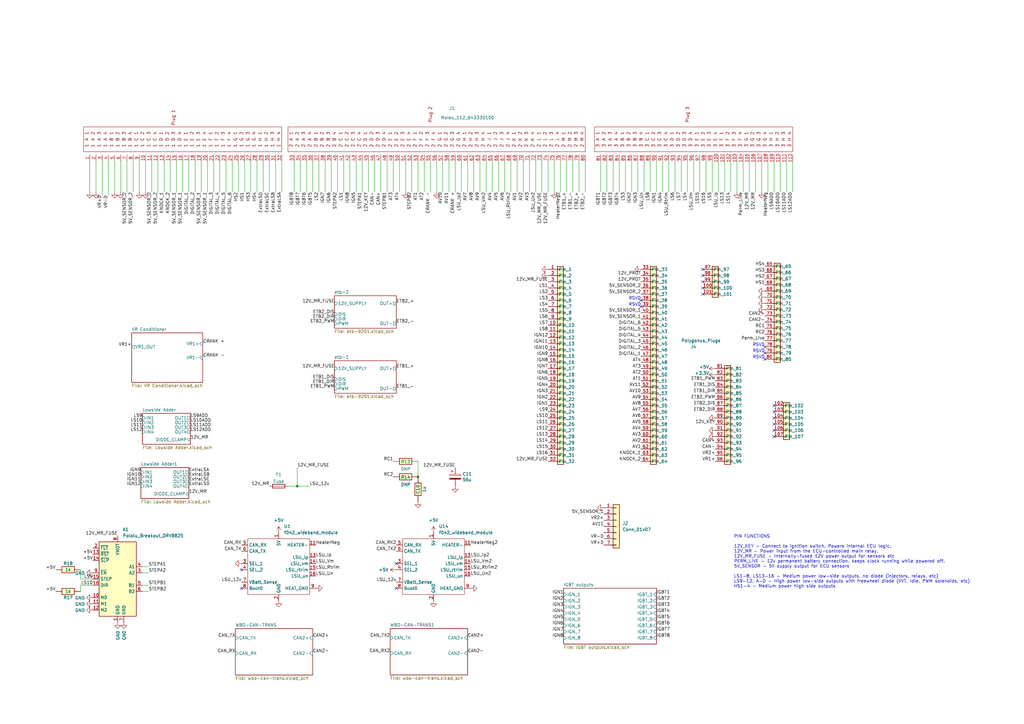
<source format=kicad_sch>
(kicad_sch (version 20230121) (generator eeschema)
  (paper "A3")
  (title_block (title "Polygonus Universal 88p") (date "2023-11-12") (rev "v1.0") (company "FutureProofPerformance.com"))
  (junction (at 171.45 195.58))
  (junction (at 121.92 199.39))
  (no_connect (at 317.5 166.37))
  (no_connect (at 162.56 241.3))
  (no_connect (at 262.89 123.19))
  (no_connect (at 288.29 120.65))
  (no_connect (at 317.5 173.99))
  (no_connect (at 288.29 113.03))
  (no_connect (at 288.29 115.57))
  (no_connect (at 162.56 231.14))
  (no_connect (at 99.06 233.68))
  (no_connect (at 317.5 168.91))
  (no_connect (at 262.89 125.73))
  (no_connect (at 288.29 118.11))
  (no_connect (at 99.06 241.3))
  (no_connect (at 317.5 179.07))
  (no_connect (at 317.5 171.45))
  (no_connect (at 317.5 176.53))
  (no_connect (at 288.29 110.49))
  (no_connect (at 313.69 142.24))
  (no_connect (at 313.69 144.78))
  (no_connect (at 313.69 147.32))
  (wire (pts (xy 54.61 78.74) (xy 54.61 66.04)))
  (wire (pts (xy 264.16 66.04) (xy 264.16 78.74)))
  (wire (pts (xy 121.92 191.77) (xy 121.92 199.39)))
  (wire (pts (xy 279.4 78.74) (xy 279.4 66.04)))
  (wire (pts (xy 302.26 66.04) (xy 302.26 78.74)))
  (wire (pts (xy 127 199.39) (xy 121.92 199.39)))
  (wire (pts (xy 135.89 78.74) (xy 135.89 66.04)))
  (wire (pts (xy 36.83 66.04) (xy 36.83 78.74)))
  (wire (pts (xy 138.43 78.74) (xy 138.43 66.04)))
  (wire (pts (xy 191.77 66.04) (xy 191.77 78.74)))
  (wire (pts (xy 120.65 78.74) (xy 120.65 66.04)))
  (wire (pts (xy 201.93 66.04) (xy 201.93 78.74)))
  (wire (pts (xy 186.69 78.74) (xy 186.69 66.04)))
  (wire (pts (xy 312.42 78.74) (xy 312.42 66.04)))
  (wire (pts (xy 212.09 78.74) (xy 212.09 66.04)))
  (wire (pts (xy 194.31 78.74) (xy 194.31 66.04)))
  (wire (pts (xy 67.31 66.04) (xy 67.31 78.74)))
  (wire (pts (xy 254 78.74) (xy 254 66.04)))
  (wire (pts (xy 307.34 78.74) (xy 307.34 66.04)))
  (wire (pts (xy 72.39 66.04) (xy 72.39 78.74)))
  (wire (pts (xy 256.54 66.04) (xy 256.54 78.74)))
  (wire (pts (xy 224.79 66.04) (xy 224.79 78.74)))
  (wire (pts (xy 281.94 78.74) (xy 281.94 66.04)))
  (wire (pts (xy 266.7 66.04) (xy 266.7 78.74)))
  (wire (pts (xy 39.37 78.74) (xy 39.37 66.04)))
  (wire (pts (xy 179.07 66.04) (xy 179.07 78.74)))
  (wire (pts (xy 123.19 78.74) (xy 123.19 66.04)))
  (wire (pts (xy 133.35 78.74) (xy 133.35 66.04)))
  (wire (pts (xy 181.61 66.04) (xy 181.61 78.74)))
  (wire (pts (xy 184.15 66.04) (xy 184.15 78.74)))
  (wire (pts (xy 284.48 78.74) (xy 284.48 66.04)))
  (wire (pts (xy 125.73 66.04) (xy 125.73 78.74)))
  (wire (pts (xy 148.59 78.74) (xy 148.59 66.04)))
  (wire (pts (xy 153.67 66.04) (xy 153.67 78.74)))
  (wire (pts (xy 214.63 78.74) (xy 214.63 66.04)))
  (wire (pts (xy 217.17 78.74) (xy 217.17 66.04)))
  (wire (pts (xy 276.86 66.04) (xy 276.86 78.74)))
  (wire (pts (xy 60.96 232.41) (xy 58.42 232.41)))
  (wire (pts (xy 33.02 240.03) (xy 33.02 242.57)))
  (wire (pts (xy 121.92 199.39) (xy 118.11 199.39)))
  (wire (pts (xy 146.05 78.74) (xy 146.05 66.04)))
  (wire (pts (xy 173.99 78.74) (xy 173.99 66.04)))
  (wire (pts (xy 269.24 78.74) (xy 269.24 66.04)))
  (wire (pts (xy 171.45 189.23) (xy 171.45 195.58)))
  (wire (pts (xy 163.83 78.74) (xy 163.83 66.04)))
  (wire (pts (xy 62.23 78.74) (xy 62.23 66.04)))
  (wire (pts (xy 287.02 66.04) (xy 287.02 78.74)))
  (wire (pts (xy 325.12 66.04) (xy 325.12 78.74)))
  (wire (pts (xy 320.04 78.74) (xy 320.04 66.04)))
  (wire (pts (xy 102.87 66.04) (xy 102.87 78.74)))
  (wire (pts (xy 240.03 78.74) (xy 240.03 66.04)))
  (wire (pts (xy 251.46 78.74) (xy 251.46 66.04)))
  (wire (pts (xy 151.13 66.04) (xy 151.13 78.74)))
  (wire (pts (xy 304.8 66.04) (xy 304.8 78.74)))
  (wire (pts (xy 143.51 78.74) (xy 143.51 66.04)))
  (wire (pts (xy 80.01 78.74) (xy 80.01 66.04)))
  (wire (pts (xy 128.27 66.04) (xy 128.27 78.74)))
  (wire (pts (xy 100.33 78.74) (xy 100.33 66.04)))
  (wire (pts (xy 322.58 78.74) (xy 322.58 66.04)))
  (wire (pts (xy 49.53 78.74) (xy 49.53 66.04)))
  (wire (pts (xy 271.78 78.74) (xy 271.78 66.04)))
  (wire (pts (xy 317.5 78.74) (xy 317.5 66.04)))
  (wire (pts (xy 196.85 78.74) (xy 196.85 66.04)))
  (wire (pts (xy 189.23 66.04) (xy 189.23 78.74)))
  (wire (pts (xy 46.99 66.04) (xy 46.99 78.74)))
  (wire (pts (xy 222.25 66.04) (xy 222.25 78.74)))
  (wire (pts (xy 246.38 66.04) (xy 246.38 78.74)))
  (wire (pts (xy 115.57 78.74) (xy 115.57 66.04)))
  (wire (pts (xy 229.87 66.04) (xy 229.87 78.74)))
  (wire (pts (xy 59.69 78.74) (xy 59.69 66.04)))
  (wire (pts (xy 64.77 78.74) (xy 64.77 66.04)))
  (wire (pts (xy 58.42 240.03) (xy 60.96 240.03)))
  (wire (pts (xy 33.02 240.03) (xy 38.1 240.03)))
  (wire (pts (xy 69.85 78.74) (xy 69.85 66.04)))
  (wire (pts (xy 130.81 78.74) (xy 130.81 66.04)))
  (wire (pts (xy 237.49 66.04) (xy 237.49 78.74)))
  (wire (pts (xy 166.37 78.74) (xy 166.37 66.04)))
  (wire (pts (xy 33.02 233.68) (xy 33.02 237.49)))
  (wire (pts (xy 294.64 66.04) (xy 294.64 78.74)))
  (wire (pts (xy 297.18 66.04) (xy 297.18 78.74)))
  (wire (pts (xy 234.95 78.74) (xy 234.95 66.04)))
  (wire (pts (xy 259.08 78.74) (xy 259.08 66.04)))
  (wire (pts (xy 95.25 78.74) (xy 95.25 66.04)))
  (wire (pts (xy 105.41 78.74) (xy 105.41 66.04)))
  (wire (pts (xy 57.15 66.04) (xy 57.15 78.74)))
  (wire (pts (xy 33.02 237.49) (xy 38.1 237.49)))
  (wire (pts (xy 289.56 78.74) (xy 289.56 66.04)))
  (wire (pts (xy 113.03 78.74) (xy 113.03 66.04)))
  (wire (pts (xy 52.07 78.74) (xy 52.07 66.04)))
  (wire (pts (xy 77.47 66.04) (xy 77.47 78.74)))
  (wire (pts (xy 207.01 66.04) (xy 207.01 78.74)))
  (wire (pts (xy 158.75 78.74) (xy 158.75 66.04)))
  (wire (pts (xy 299.72 78.74) (xy 299.72 66.04)))
  (wire (pts (xy 204.47 66.04) (xy 204.47 78.74)))
  (wire (pts (xy 156.21 78.74) (xy 156.21 66.04)))
  (wire (pts (xy 209.55 78.74) (xy 209.55 66.04)))
  (wire (pts (xy 219.71 78.74) (xy 219.71 66.04)))
  (wire (pts (xy 90.17 78.74) (xy 90.17 66.04)))
  (wire (pts (xy 168.91 78.74) (xy 168.91 66.04)))
  (wire (pts (xy 41.91 80.01) (xy 41.91 66.04)))
  (wire (pts (xy 60.96 242.57) (xy 58.42 242.57)))
  (wire (pts (xy 292.1 78.74) (xy 292.1 66.04)))
  (wire (pts (xy 199.39 66.04) (xy 199.39 78.74)))
  (wire (pts (xy 227.33 66.04) (xy 227.33 78.74)))
  (wire (pts (xy 82.55 66.04) (xy 82.55 78.74)))
  (wire (pts (xy 171.45 66.04) (xy 171.45 78.74)))
  (wire (pts (xy 232.41 66.04) (xy 232.41 78.74)))
  (wire (pts (xy 110.49 78.74) (xy 110.49 66.04)))
  (wire (pts (xy 314.96 66.04) (xy 314.96 78.74)))
  (wire (pts (xy 85.09 66.04) (xy 85.09 78.74)))
  (wire (pts (xy 87.63 66.04) (xy 87.63 78.74)))
  (wire (pts (xy 97.79 78.74) (xy 97.79 66.04)))
  (wire (pts (xy 261.62 78.74) (xy 261.62 66.04)))
  (wire (pts (xy 92.71 66.04) (xy 92.71 78.74)))
  (wire (pts (xy 74.93 78.74) (xy 74.93 66.04)))
  (wire (pts (xy 44.45 80.01) (xy 44.45 66.04)))
  (wire (pts (xy 140.97 66.04) (xy 140.97 78.74)))
  (wire (pts (xy 176.53 66.04) (xy 176.53 78.74)))
  (wire (pts (xy 274.32 78.74) (xy 274.32 66.04)))
  (wire (pts (xy 248.92 66.04) (xy 248.92 78.74)))
  (wire (pts (xy 161.29 78.74) (xy 161.29 66.04)))
  (wire (pts (xy 107.95 78.74) (xy 107.95 66.04)))
  (wire (pts (xy 309.88 78.74) (xy 309.88 66.04)))
  (wire (pts (xy 58.42 234.95) (xy 60.96 234.95)))
  (text "PIN FUNCTIONS\n\n12V_KEY - Connect to ignition switch. Powers internal ECU logic.\n12V_MR - Power input from the ECU-controlled main relay.\n12V_MR_FUSE - Internally-fused 12V power output for sensors etc\nPERM_LIVE - 12v permanent battery connection, keeps clock running while powered off.\n5V_SENSOR - 5V supply output for ECU sensors\n\nLS1-8, LS13-16 - Medium power low-side outputs, no diode (injectors, relays, etc)\nLS9-12, A-D - High power low-side outputs with freewheel diode (VVT, Idle, PWM solenoids, etc)\nHS1-4 - Medium power high side outputs" (at 300.99 241.3 0) (effects (font (size 1.27 1.27)) (justify left bottom)))
  (text "RSVD" (at 262.89 123.19 0) (effects (font (size 1.27 1.27)) (justify right bottom)))
  (text "RSVD" (at 313.69 147.32 0) (effects (font (size 1.27 1.27)) (justify right bottom)))
  (text "RSVD" (at 313.69 144.78 0) (effects (font (size 1.27 1.27)) (justify right bottom)))
  (text "RSVD" (at 313.69 142.24 0) (effects (font (size 1.27 1.27)) (justify right bottom)))
  (text "RSVD" (at 262.89 125.73 0) (effects (font (size 1.27 1.27)) (justify right bottom)))
  (label "VR+D" (at 41.91 80.01 270))
  (label "STEPB1" (at 60.96 240.03 0))
  (label "AT3" (at 161.29 78.74 270))
  (label "CAN_RX" (at 96.52 267.97 180))
  (label "CAN_TX" (at 96.52 261.62 180))
  (label "ETB1_-" (at 162.56 159.385 0))
  (label "AT2" (at 173.99 78.74 270))
  (label "LSU_Un" (at 129.54 236.22 0))
  (label "HS3" (at 313.69 111.76 180))
  (label "LS14" (at 224.79 181.61 180))
  (label "IGBT3" (at 251.46 78.74 270))
  (label "Perm_Live" (at 313.69 139.7 180))
  (label "LSU_Ip" (at 129.54 228.6 0))
  (label "CAN+" (at 293.37 181.61 180))
  (label "IGBT4" (at 254 78.74 270))
  (label "LS2" (at 130.81 78.74 270))
  (label "AV10" (at 262.89 161.29 180))
  (label "5V_SENSOR_1" (at 247.65 210.82 180))
  (label "IGN9" (at 224.79 146.05 180))
  (label "AV2" (at 262.89 181.61 180))
  (label "HeaterNeg" (at 129.54 223.52 0))
  (label "ETB2_-" (at 162.56 132.715 0))
  (label "LSU_Rtrim2" (at 193.04 233.68 0))
  (label "IGN2" (at 259.08 78.74 270))
  (label "AV11" (at 247.65 215.9 180))
  (label "LS7" (at 224.79 133.35 180))
  (label "STEPB1" (at 158.75 78.74 270))
  (label "LS16" (at 224.79 186.69 180))
  (label "STEPA2" (at 60.96 234.95 0))
  (label "LSU_Un2" (at 219.71 78.74 270))
  (label "AV5" (at 204.47 78.74 270))
  (label "IGN12" (at 57.785 199.39 180))
  (label "ETB2_-" (at 240.03 78.74 270))
  (label "CAN_TX2" (at 160.02 261.5873 180))
  (label "IGBT6" (at 125.73 78.74 270))
  (label "LS3" (at 256.54 78.74 270))
  (label "LS11" (at 58.42 175.26 180))
  (label "DIGITAL_4" (at 90.17 78.74 270))
  (label "ExtraLSB" (at 77.47 195.58 0))
  (label "LSU_Ip" (at 294.64 78.74 270))
  (label "IGBT2" (at 269.24 246.38 0))
  (label "LSU_Rtrim" (at 129.54 233.68 0))
  (label "IGN7" (at 133.35 78.74 270))
  (label "IGBT2" (at 248.92 78.74 270))
  (label "ETB2_DIR" (at 137.16 130.81 180))
  (label "CRANK +" (at 186.69 78.74 270) (effects (font italic)))
  (label "DIGITAL_1" (at 77.47 78.74 270))
  (label "LS15" (at 224.79 184.15 180))
  (label "HS1" (at 313.69 116.84 180))
  (label "AV6" (at 262.89 171.45 180))
  (label "VR2+" (at 247.65 213.36 180))
  (label "AV4" (at 201.93 78.74 270))
  (label "ETB1_PWM" (at 137.16 159.385 180))
  (label "5V_SENSOR_1" (at 82.55 78.74 270))
  (label "CRANK +" (at 83.185 140.97 0) (effects (font italic)))
  (label "CAN-" (at 293.37 184.15 180))
  (label "ETB1_+" (at 232.41 78.74 270))
  (label "VR+D" (at 247.65 223.52 180))
  (label "ExtraLSB" (at 113.03 78.74 270))
  (label "5V_SENSOR_1" (at 85.09 78.74 270))
  (label "LS9" (at 224.79 168.91 180))
  (label "LS7" (at 279.4 78.74 270))
  (label "RC2" (at 161.29 195.58 180))
  (label "ETB2_+" (at 162.56 124.46 0))
  (label "CAN2-" (at 128.27 267.97 0))
  (label "12V_MR" (at 110.49 199.39 180))
  (label "HeaterNeg2" (at 193.04 223.52 0))
  (label "LS15" (at 287.02 78.74 270))
  (label "12V_MR_FUSE" (at 222.25 78.74 270))
  (label "IGN8" (at 224.79 148.59 180))
  (label "12V_MR_FUSE" (at 137.16 124.46 180))
  (label "DIGITAL_6" (at 95.25 78.74 270))
  (label "LS10" (at 38.1 240.03 180))
  (label "LS6" (at 224.79 130.81 180))
  (label "AV11" (at 262.89 158.75 180))
  (label "5V_SENSOR_2" (at 54.61 78.74 270))
  (label "LS1" (at 140.97 78.74 270))
  (label "IGBT7" (at 269.24 259.08 0))
  (label "ETB1_DIS" (at 293.37 158.75 180))
  (label "12V_KEY" (at 293.37 173.99 180))
  (label "AT1" (at 262.89 156.21 180))
  (label "ExtraLSC" (at 110.49 78.74 270))
  (label "AT3" (at 262.89 151.13 180))
  (label "LS13" (at 224.79 179.07 180))
  (label "LSU_12v" (at 99.06 238.76 180))
  (label "LS4" (at 224.79 125.73 180))
  (label "CAN+" (at 156.21 78.74 270))
  (label "CAN2+" (at 313.69 129.54 180))
  (label "ETB1_DIR" (at 137.16 157.48 180))
  (label "LS11" (at 224.79 173.99 180))
  (label "IGN5" (at 146.05 78.74 270))
  (label "HS2" (at 97.79 78.74 270))
  (label "12V_PROT" (at 262.89 113.03 180))
  (label "IGN2" (at 224.79 163.83 180))
  (label "ETB2_DIS" (at 137.16 128.905 180))
  (label "LS10" (at 224.79 171.45 180))
  (label "AV11" (at 184.15 78.74 270))
  (label "+5V" (at 38.1 227.33 180))
  (label "KNOCK_2" (at 262.89 189.23 180))
  (label "LSU_Un2" (at 193.04 236.22 0))
  (label "IGBT3" (at 269.24 248.92 0))
  (label "CAN2-" (at 191.77 267.9373 0))
  (label "IGN3" (at 231.14 248.92 180))
  (label "CAN_RX2" (at 162.56 223.52 180))
  (label "ETB1_DIS" (at 137.16 155.575 180))
  (label "VR-D" (at 44.45 80.01 270))
  (label "CAN_RX2" (at 160.02 267.9373 180))
  (label "LS16" (at 289.56 78.74 270))
  (label "IGN1" (at 269.24 78.74 270))
  (label "IGBT6" (at 269.24 256.54 0))
  (label "VR1+" (at 293.37 189.23 180))
  (label "STEPA2" (at 138.43 78.74 270))
  (label "CAN-" (at 153.67 78.74 270))
  (label "IGN2" (at 231.14 246.38 180))
  (label "AV6" (at 207.01 78.74 270))
  (label "5V_SENSOR_1" (at 74.93 78.74 270))
  (label "12V_PROT" (at 262.89 115.57 180))
  (label "IGN8" (at 231.14 261.62 180))
  (label "LS9" (at 38.1 237.49 180))
  (label "12V_MR_FUSE" (at 137.16 151.13 180))
  (label "LS10ADD" (at 78.105 173.355 0))
  (label "LSU_Vm2" (at 193.04 231.14 0))
  (label "DIGITAL_3" (at 262.89 140.97 180))
  (label "AV3" (at 217.17 78.74 270))
  (label "LS10ADD" (at 320.04 78.74 270))
  (label "AV10" (at 181.61 78.74 270))
  (label "IGN5" (at 224.79 156.21 180))
  (label "KNOCK_1" (at 67.31 78.74 270))
  (label "LSU_Un" (at 264.16 78.74 270))
  (label "AV9" (at 196.85 78.74 270))
  (label "IGN4" (at 224.79 158.75 180))
  (label "ETB2_PWM" (at 137.16 132.715 180))
  (label "12V_MR_FUSE" (at 224.79 115.57 180))
  (label "LS12" (at 58.42 177.165 180))
  (label "IGN7" (at 224.79 151.13 180))
  (label "LS1" (at 224.79 118.11 180))
  (label "LS12" (at 224.79 176.53 180))
  (label "12V_MR_FUSE" (at 224.79 189.23 180))
  (label "IGN6" (at 231.14 256.54 180))
  (label "AV1" (at 262.89 184.15 180))
  (label "CAN_RX" (at 99.06 223.52 180))
  (label "LSU_12v" (at 162.56 238.76 180))
  (label "IGN11" (at 224.79 140.97 180))
  (label "IGN4" (at 231.14 251.46 180))
  (label "AT1" (at 171.45 78.74 270))
  (label "RC1" (at 161.29 189.23 180))
  (label "5V_SENSOR_2" (at 262.89 118.11 180))
  (label "HS4" (at 313.69 109.22 180))
  (label "ETB1_+" (at 162.56 151.13 0))
  (label "5V_SENSOR_2" (at 262.89 120.65 180))
  (label "LSU_Rtrim2" (at 209.55 78.74 270))
  (label "IGN1" (at 231.14 243.84 180))
  (label "LS8" (at 224.79 135.89 180))
  (label "STEPB2" (at 60.96 242.57 0))
  (label "HS3" (at 102.87 78.74 270))
  (label "LS9ADD" (at 78.105 171.45 0))
  (label "ETB1_PWM" (at 293.37 156.21 180))
  (label "5V_SENSOR_2" (at 52.07 78.74 270))
  (label "DIGITAL_1" (at 262.89 146.05 180))
  (label "RC1" (at 313.69 134.62 180))
  (label "IGN8" (at 143.51 78.74 270))
  (label "DIGITAL_2" (at 262.89 143.51 180))
  (label "CAN_TX" (at 99.06 226.06 180))
  (label "IGBT7" (at 123.19 78.74 270))
  (label "ETB2_DIR" (at 293.37 168.91 180))
  (label "IGN1" (at 224.79 166.37 180))
  (label "LSU_Vm" (at 129.54 231.14 0))
  (label "AV5" (at 262.89 173.99 180))
  (label "IGN3" (at 224.79 161.29 180))
  (label "CAN2+" (at 128.27 261.62 0))
  (label "HeaterNeg2" (at 229.87 78.74 270))
  (label "5V_SENSOR_2" (at 64.77 78.74 270))
  (label "IGN3" (at 261.62 78.74 270))
  (label "Perm_Live" (at 304.8 78.74 270))
  (label "CRANK -" (at 176.53 78.74 270) (effects (font italic)))
  (label "LS11ADD" (at 78.105 175.26 0))
  (label "IGBT8" (at 269.24 261.62 0))
  (label "IGBT5" (at 269.24 254 0))
  (label "HS1" (at 100.33 78.74 270))
  (label "STEPB2" (at 168.91 78.74 270))
  (label "LSU_Vm" (at 284.48 78.74 270))
  (label "AV8" (at 194.31 78.74 270))
  (label "LSU_Rtrim" (at 274.32 78.74 270))
  (label "DIGITAL_6" (at 262.89 133.35 180))
  (label "12V_KEY" (at 151.13 78.74 270))
  (label "LS12ADD" (at 78.105 177.165 0))
  (label "12V_MR" (at 78.105 180.34 0))
  (label "AV8" (at 262.89 166.37 180))
  (label "ETB1_-" (at 234.95 78.74 270))
  (label "DIGITAL_5" (at 92.71 78.74 270))
  (label "IGBT1" (at 246.38 78.74 270))
  (label "IGN6" (at 224.79 153.67 180))
  (label "ETB1_DIR" (at 293.37 161.29 180))
  (label "12V_MR_FUSE" (at 224.79 78.74 270))
  (label "CRANK -" (at 83.185 146.685 0) (effects (font italic)))
  (label "LS6" (at 276.86 78.74 270))
  (label "LS9ADD" (at 317.5 78.74 270))
  (label "LSU_Vm2" (at 199.39 78.74 270))
  (label "LS9" (at 58.42 171.45 180))
  (label "5V_SENSOR_1" (at 72.39 78.74 270))
  (label "CAN2-" (at 313.69 132.08 180))
  (label "LS3" (at 224.79 123.19 180))
  (label "LSU_Ip2" (at 193.04 228.6 0))
  (label "IGBT4" (at 269.24 251.46 0))
  (label "LS13" (at 297.18 78.74 270))
  (label "ExtraLSD" (at 77.47 199.39 0))
  (label "CAN_TX2" (at 162.56 226.06 180))
  (label "LS5" (at 224.79 128.27 180))
  (label "HS4" (at 105.41 78.74 270))
  (label "+5V" (at 38.1 229.87 180))
  (label "12V_MR_FUSE" (at 121.92 191.77 0))
  (label "LS12ADD" (at 325.12 78.74 270))
  (label "AV3" (at 262.89 179.07 180))
  (label "LS10" (at 58.42 173.355 180))
  (label "LSU_Ip2" (at 189.23 78.74 270))
  (label "KNOCK_1" (at 262.89 186.69 180))
  (label "ETB2_DIS" (at 293.37 166.37 180))
  (label "5V_SENSOR_1" (at 262.89 130.81 180))
  (label "IGBT1" (at 269.24 243.84 0))
  (label "CAN2+" (at 191.77 261.5873 0))
  (label "5V_SENSOR_2" (at 62.23 78.74 270))
  (label "ExtraLSA" (at 115.57 78.74 270))
  (label "STEPA1" (at 148.59 78.74 270))
  (label "AV7" (at 262.89 168.91 180))
  (label "LS14" (at 299.72 78.74 270))
  (label "KNOCK_2" (at 69.85 78.74 270))
  (label "ExtraLSC" (at 77.47 197.485 0))
  (label "IGN10" (at 57.785 195.58 180))
  (label "IGN6" (at 135.89 78.74 270))
  (label "IGN7" (at 231.14 259.08 180))
  (label "ETB2_+" (at 237.49 78.74 270))
  (label "AV7" (at 191.77 78.74 270))
  (label "LS2" (at 224.79 120.65 180))
  (label "IGN9" (at 57.785 193.675 180))
  (label "LS11ADD" (at 322.58 78.74 270))
  (label "LSU_12v" (at 127 199.39 0))
  (label "IGN10" (at 224.79 143.51 180))
  (label "IGBT8" (at 120.65 78.74 270))
  (label "12V_MR" (at 77.47 202.565 0))
  (label "IGN11" (at 57.785 197.485 180))
  (label "DIGITAL_4" (at 262.89 138.43 180))
  (label "AV9" (at 262.89 163.83 180))
  (label "ExtraLSA" (at 77.47 193.675 0))
  (label "IGBT5" (at 128.27 78.74 270))
  (label "+5V" (at 22.86 233.68 180))
  (label "IGN12" (at 224.79 138.43 180))
  (label "12V_MR_FUSE" (at 186.69 191.77 180))
  (label "ETB2_PWM" (at 293.37 163.83 180))
  (label "+5V" (at 22.86 242.57 180))
  (label "ExtraLSD" (at 107.95 78.74 270))
  (label "VR-D" (at 247.65 220.98 180))
  (label "HS2" (at 313.69 114.3 180))
  (label "LS8" (at 266.7 78.74 270))
  (label "DIGITAL_2" (at 80.01 78.74 270))
  (label "AT4" (at 163.83 78.74 270))
  (label "HeaterNeg" (at 314.96 78.74 270))
  (label "IGN5" (at 231.14 254 180))
  (label "VR2+" (at 293.37 186.69 180))
  (label "12V_MR_FUSE" (at 48.26 219.71 180))
  (label "VR1+" (at 53.975 142.24 180))
  (label "AT4" (at 262.89 148.59 180))
  (label "5V_SENSOR_1" (at 262.89 128.27 180))
  (label "AT2" (at 262.89 153.67 180))
  (label "IGN4" (at 271.78 78.74 270))
  (label "12V_MR" (at 307.34 78.74 270))
  (label "LS5" (at 292.1 78.74 270))
  (label "DIGITAL_3" (at 87.63 78.74 270))
  (label "LS4" (at 281.94 78.74 270))
  (label "DIGITAL_5" (at 262.89 135.89 180))
  (label "STEPA1" (at 60.96 232.41 0))
  (label "AV4" (at 262.89 176.53 180))
  (label "12V_MR" (at 309.88 78.74 270))
  (label "AV1" (at 212.09 78.74 270))
  (label "AV2" (at 214.63 78.74 270))
  (label "RC2" (at 313.69 137.16 180))
  (symbol (lib_name "GND_1") (lib_id "power:GND") (at 313.69 121.92 270) (unit 1)
    (property "Reference" "#PWR013" (effects hide))
    (property "Value" "GND" (effects hide))
  )
  (symbol (lib_id "Connector_Generic:Conn_01x07") (at 252.73 215.9 0) (unit 1)
    (property "Reference" "J2" (at 255.27 214.63 0) (effects (justify left)))
    (property "Value" "Conn_01x07" (at 255.27 217.17 0) (effects (justify left)))
    (property "Footprint" "Connector_PinHeader_2.54mm:PinHeader_1x07_P2.54mm_Vertical" (effects hide))
  )
  (symbol (lib_name "GND_1") (lib_id "power:GND") (at 166.37 78.74 0) (unit 1)
    (property "Reference" "#PWR070" (effects hide))
    (property "Value" "GND" (effects hide))
  )
  (symbol (lib_name "GND_1") (lib_id "power:GND") (at 224.79 110.49 270) (unit 1)
    (property "Reference" "#PWR01" (effects hide))
    (property "Value" "GND" (effects hide))
  )
  (symbol (lib_name "GND_1") (lib_id "power:GND") (at 171.45 205.74 0) (unit 1)
    (property "Reference" "#PWR068" (effects hide))
    (property "Value" "GND" (effects hide))
  )
  (symbol (lib_name "GND_1") (lib_id "power:GND") (at 293.37 171.45 270) (unit 1)
    (property "Reference" "#PWR077" (effects hide))
    (property "Value" "GND" (effects hide))
  )
  (symbol (lib_id "hellen-one-common:Res") (at 171.45 189.23 0) (mirror y) (unit 1)
    (property "Reference" "R13" (at 166.3986 189.3488 0))
    (property "Value" "DNP" (at 166.37 192.3985 0))
    (property "Footprint" "Resistor_SMD:R_0805_2012Metric" (effects hide))
    (property "LCSC" "DNP" (effects hide))
  )
  (symbol (lib_name "GND_1") (lib_id "power:GND") (at 99.06 231.14 270) (unit 1)
    (property "Reference" "#PWR022" (effects hide))
    (property "Value" "GND" (effects hide))
  )
  (symbol (lib_name "GND_1") (lib_id "power:GND") (at 177.8 246.38 0) (unit 1)
    (property "Reference" "#PWR03" (effects hide))
    (property "Value" "GND" (effects hide))
  )
  (symbol (lib_id "hellen-one-common:Res") (at 171.45 195.58 90) (mirror x) (unit 1)
    (property "Reference" "C10" (at 171.45 200.66 0))
    (property "Value" "1u" (at 173.99 200.66 0))
    (property "Footprint" "Capacitor_SMD:C_0805_2012Metric" (effects hide))
    (property "LCSC" "DNP" (effects hide))
  )
  (symbol (lib_name "GND_1") (lib_id "power:GND") (at 59.69 78.74 0) (unit 1)
    (property "Reference" "#PWR098" (effects hide))
    (property "Value" "GND" (effects hide))
  )
  (symbol (lib_name "GND_1") (lib_id "power:GND") (at 293.37 176.53 270) (unit 1)
    (property "Reference" "#PWR011" (effects hide))
    (property "Value" "GND" (effects hide))
  )
  (symbol (lib_id "power:GND") (at 38.1 247.65 270) (unit 1)
    (property "Reference" "#PWR093" (effects hide))
    (property "Value" "GND" (at 34.8488 247.777 90) (effects (justify right)))
  )
  (symbol (lib_name "GND_1") (lib_id "power:GND") (at 57.15 78.74 0) (unit 1)
    (property "Reference" "#PWR097" (effects hide))
    (property "Value" "GND" (effects hide))
  )
  (symbol (lib_id "power:+3.3V") (at 293.37 153.67 90) (unit 1)
    (property "Reference" "#PWR039" (effects hide))
    (property "Value" "+3.3V" (at 290.83 153.035 90) (effects (justify left)))
  )
  (symbol (lib_name "GND_1") (lib_id "power:GND") (at 46.99 78.74 0) (unit 1)
    (property "Reference" "#PWR0100" (effects hide))
    (property "Value" "GND" (effects hide))
  )
  (symbol (lib_id "power:+5V") (at 114.3 218.44 0) (unit 1)
    (property "Reference" "#PWR067" (effects hide))
    (property "Value" "+5V" (at 114.3 213.36 0))
  )
  (symbol (lib_id "Simon:Molex_112_643330100") (at 34.29 63.5 90) (unit 1)
    (property "Reference" "J1" (at 185.42 44.45 90))
    (property "Value" "Molex_112_643330100" (at 191.77 48.26 90))
    (property "Footprint" "Simon:Molex_112_643330100" (effects hide))
  )
  (symbol (lib_name "GND_1") (lib_id "power:GND") (at 114.3 246.38 0) (unit 1)
    (property "Reference" "#PWR04" (effects hide))
    (property "Value" "GND" (effects hide))
  )
  (symbol (lib_id "power:+5V") (at 293.37 151.13 90) (unit 1)
    (property "Reference" "#PWR038" (effects hide))
    (property "Value" "+5V" (at 290.83 150.495 90) (effects (justify left)))
  )
  (symbol (lib_id "power:GND") (at 38.1 250.19 270) (unit 1)
    (property "Reference" "#PWR094" (effects hide))
    (property "Value" "GND" (at 34.8488 250.317 90) (effects (justify right)))
  )
  (symbol (lib_name "GND_1") (lib_id "power:GND") (at 39.37 78.74 0) (unit 1)
    (property "Reference" "#PWR075" (effects hide))
    (property "Value" "GND" (effects hide))
  )
  (symbol (lib_id "power:GND") (at 48.26 255.27 0) (unit 1)
    (property "Reference" "#PWR095" (effects hide))
    (property "Value" "GND" (at 48.387 258.5212 90) (effects (justify right)))
  )
  (symbol (lib_name "GND_1") (lib_id "power:GND") (at 313.69 127 270) (unit 1)
    (property "Reference" "#PWR015" (effects hide))
    (property "Value" "GND" (effects hide))
  )
  (symbol (lib_name "GND_1") (lib_id "power:GND") (at 227.33 78.74 0) (unit 1)
    (property "Reference" "#PWR099" (effects hide))
    (property "Value" "GND" (effects hide))
  )
  (symbol (lib_id "Wideband:f042_wideband_module") (at 177.8 232.41 0) (unit 1)
    (property "Reference" "U14" (at 179.9941 215.9 0) (effects (justify left)))
    (property "Value" "f042_wideband_module" (at 179.9941 218.44 0) (effects (justify left)))
    (property "Footprint" "wideband_module:f042_wideband_module" (effects hide))
  )
  (symbol (lib_name "GND_1") (lib_id "power:GND") (at 262.89 110.49 270) (unit 1)
    (property "Reference" "#PWR07" (effects hide))
    (property "Value" "GND" (effects hide))
  )
  (symbol (lib_name "GND_1") (lib_id "power:GND") (at 49.53 78.74 0) (unit 1)
    (property "Reference" "#PWR0101" (effects hide))
    (property "Value" "GND" (effects hide))
  )
  (symbol (lib_id "power:GND") (at 38.1 234.95 270) (unit 1)
    (property "Reference" "#PWR076" (effects hide))
    (property "Value" "GND" (at 34.8488 235.077 90) (effects (justify right)))
  )
  (symbol (lib_name "GND_1") (lib_id "power:GND") (at 247.65 208.28 270) (unit 1)
    (property "Reference" "#PWR0102" (effects hide))
    (property "Value" "GND" (effects hide))
  )
  (symbol (lib_name "GND_1") (lib_id "power:GND") (at 293.37 179.07 270) (unit 1)
    (property "Reference" "#PWR010" (effects hide))
    (property "Value" "GND" (effects hide))
  )
  (symbol (lib_id "Wideband:f042_wideband_module") (at 114.3 232.41 0) (unit 1)
    (property "Reference" "U1" (at 116.4941 215.9 0) (effects (justify left)))
    (property "Value" "f042_wideband_module" (at 116.4941 218.44 0) (effects (justify left)))
    (property "Footprint" "wideband_module:f042_wideband_module" (effects hide))
  )
  (symbol (lib_id "Simon:Polygonus-With-USB-SWD") (at 264.16 146.05 0) (unit 1)
    (property "Reference" "J4" (at 283.21 142.24 0) (effects (justify left)))
    (property "Value" "Polygonus_Plugs" (at 279.4 139.7 0) (effects (justify left)))
    (property "Footprint" "Simon:Polygonus-With-USB-SWD" (effects hide))
  )
  (symbol (lib_name "GND_1") (lib_id "power:GND") (at 193.04 241.3 90) (unit 1)
    (property "Reference" "#PWR06" (effects hide))
    (property "Value" "GND" (effects hide))
  )
  (symbol (lib_name "GND_1") (lib_id "power:GND") (at 313.69 124.46 270) (unit 1)
    (property "Reference" "#PWR014" (effects hide))
    (property "Value" "GND" (effects hide))
  )
  (symbol (lib_id "Device:CP") (at 186.69 195.58 0) (unit 1)
    (property "Reference" "C11" (at 189.6872 194.4116 0) (effects (justify left)))
    (property "Value" "56u" (at 189.6872 196.723 0) (effects (justify left)))
    (property "Footprint" "Capacitor_THT:CP_Radial_D8.0mm_P3.50mm" (effects hide))
    (property "PN" "EEH-AZF1H560B" (effects hide))
    (property "LCSC" "N/A" (effects hide))
  )
  (symbol (lib_name "GND_1") (lib_id "power:GND") (at 224.79 113.03 270) (unit 1)
    (property "Reference" "#PWR02" (effects hide))
    (property "Value" "GND" (effects hide))
  )
  (symbol (lib_id "Device:Fuse") (at 114.3 199.39 90) (unit 1)
    (property "Reference" "F1" (at 114.3 194.6615 90))
    (property "Value" "Fuse" (at 114.3 197.4366 90))
    (property "Footprint" "Fuse:Fuseholder_Blade_Mini_Keystone_3568" (effects hide))
    (property "LCSC" "C5249699" (effects hide))
  )
  (symbol (lib_id "Driver_Motor:Pololu_Breakout_DRV8825") (at 48.26 234.95 0) (unit 1)
    (property "Reference" "A1" (at 50.2794 217.17 0) (effects (justify left)))
    (property "Value" "Pololu_Breakout_DRV8825" (at 50.2794 219.71 0) (effects (justify left)))
    (property "Footprint" "Module:Pololu_Breakout-16_15.2x20.3mm" (effects hide))
    (property "Datasheet" "https://www.pololu.com/product/2982" (effects hide))
  )
  (symbol (lib_id "power:GND") (at 50.8 255.27 0) (unit 1)
    (property "Reference" "#PWR096" (effects hide))
    (property "Value" "GND" (at 50.927 258.5212 90) (effects (justify right)))
  )
  (symbol (lib_id "power:GND") (at 38.1 245.11 270) (unit 1)
    (property "Reference" "#PWR092" (effects hide))
    (property "Value" "GND" (at 34.8488 245.237 90) (effects (justify right)))
  )
  (symbol (lib_name "GND_1") (lib_id "power:GND") (at 36.83 78.74 0) (unit 1)
    (property "Reference" "#PWR073" (effects hide))
    (property "Value" "GND" (effects hide))
  )
  (symbol (lib_id "power:+5V") (at 177.8 218.44 0) (unit 1)
    (property "Reference" "#PWR0114" (effects hide))
    (property "Value" "+5V" (at 177.8 213.36 0))
  )
  (symbol (lib_id "hellen-one-common:Res") (at 33.02 233.68 0) (mirror y) (unit 1)
    (property "Reference" "R18" (at 27.94 231.14 0))
    (property "Value" "1k" (at 27.94 233.68 0))
    (property "Footprint" "Resistor_SMD:R_0805_2012Metric" (effects hide))
    (property "LCSC" "C21190" (effects hide))
  )
  (symbol (lib_name "GND_1") (lib_id "power:GND") (at 179.07 78.74 0) (unit 1)
    (property "Reference" "#PWR074" (effects hide))
    (property "Value" "GND" (effects hide))
  )
  (symbol (lib_name "GND_1") (lib_id "power:GND") (at 302.26 78.74 0) (unit 1)
    (property "Reference" "#PWR071" (effects hide))
    (property "Value" "GND" (effects hide))
  )
  (symbol (lib_id "simon rusefi:176122-6_Open_Bosch_88pin") (at 511.1979 36.681 270) (unit 1)
    (property "Reference" "Motronic_88pin1" (at 525.5489 70.6408 0))
    (property "Value" "Motronic_88pin" (at 523.2375 70.6408 0))
    (property "Footprint" "Simon:88Pin Motronic BMW" (effects hide))
    (property "Datasheet" "DOCUMENTATION" (effects hide))
  )
  (symbol (lib_name "GND_1") (lib_id "power:GND") (at 312.42 78.74 0) (unit 1)
    (property "Reference" "#PWR072" (effects hide))
    (property "Value" "GND" (effects hide))
  )
  (symbol (lib_name "GND_1") (lib_id "power:GND") (at 313.69 119.38 270) (unit 1)
    (property "Reference" "#PWR012" (effects hide))
    (property "Value" "GND" (effects hide))
  )
  (symbol (lib_id "hellen-one-common:Res") (at 171.45 195.58 0) (mirror y) (unit 1)
    (property "Reference" "R14" (at 166.3986 195.6988 0))
    (property "Value" "DNP" (at 166.37 198.7485 0))
    (property "Footprint" "Resistor_SMD:R_0805_2012Metric" (effects hide))
    (property "LCSC" "DNP" (effects hide))
  )
  (symbol (lib_name "GND_1") (lib_id "power:GND") (at 186.69 199.39 0) (unit 1)
    (property "Reference" "#PWR069" (effects hide))
    (property "Value" "GND" (effects hide))
  )
  (symbol (lib_id "hellen-one-common:Res") (at 22.86 242.57 0) (mirror x) (unit 1)
    (property "Reference" "R17" (at 27.94 245.11 0))
    (property "Value" "1k" (at 27.94 242.57 0))
    (property "Footprint" "Resistor_SMD:R_0805_2012Metric" (effects hide))
    (property "LCSC" "C21190" (effects hide))
  )
  (symbol (lib_name "GND_1") (lib_id "power:GND") (at 129.54 241.3 90) (unit 1)
    (property "Reference" "#PWR05" (effects hide))
    (property "Value" "GND" (effects hide))
  )
  (symbol (lib_id "power:+5V") (at 162.56 233.68 90) (unit 1)
    (property "Reference" "#PWR0113" (effects hide))
    (property "Value" "+5V" (at 159.385 233.68 90) (effects (justify left)))
  )
  (sheet (at 160.02 257.7773) (size 31.75 19.05) (stroke (width 0.1524))
    (property "Sheetname" "WBO-CAN-TRANS1" (at 160.02 257.0657 0) (effects (justify left bottom)))
    (property "Sheetfile" "wbo-can-trans.kicad_sch" (at 160.02 277.4119 0) (effects (justify left top)))
    (pin "CAN_TX" input (at 160.02 261.5873 180))
    (pin "CAN_RX" input (at 160.02 267.9373 180))
    (pin "CAN2+" input (at 191.77 261.5873 0))
    (pin "CAN2-" input (at 191.77 267.9373 0))
  )
  (sheet (at 96.52 257.81) (size 31.75 19.05) (stroke (width 0.1524))
    (property "Sheetname" "WBO-CAN-TRANS" (at 96.52 257.0984 0) (effects (justify left bottom)))
    (property "Sheetfile" "wbo-can-trans.kicad_sch" (at 96.52 277.4446 0) (effects (justify left top)))
    (pin "CAN_TX" input (at 96.52 261.62 180))
    (pin "CAN_RX" input (at 96.52 267.97 180))
    (pin "CAN2+" input (at 128.27 261.62 0))
    (pin "CAN2-" input (at 128.27 267.97 0))
  )
  (sheet (at 57.785 191.77) (size 19.685 12.7)
    (property "Sheetname" "Lowside Adder1" (at 57.785 191.0584 0) (effects (justify left bottom)))
    (property "Sheetfile" "Lowside Adder.kicad_sch" (at 57.785 205.0546 0) (effects (justify left top)))
    (pin "OUT1" output (at 77.47 193.675 0))
    (pin "OUT2" output (at 77.47 195.58 0))
    (pin "IN1" input (at 57.785 193.675 180))
    (pin "IN2" input (at 57.785 195.58 180))
    (pin "OUT3" output (at 77.47 197.485 0))
    (pin "OUT4" output (at 77.47 199.39 0))
    (pin "IN3" input (at 57.785 197.485 180))
    (pin "IN4" input (at 57.785 199.39 180))
    (pin "DIODE_CLAMP" bidirectional (at 77.47 202.565 0))
  )
  (sheet (at 231.14 241.3) (size 38.1 22.86) (stroke (width 0.1524))
    (property "Sheetname" "IGBT outputs" (at 231.14 240.5884 0) (effects (justify left bottom)))
    (property "Sheetfile" "IGBT outputs.kicad_sch" (at 231.14 264.7446 0) (effects (justify left top)))
    (pin "IGN_3" input (at 231.14 248.92 180))
    (pin "IGBT_1" input (at 269.24 243.84 0))
    (pin "IGBT_3" input (at 269.24 248.92 0))
    (pin "IGN_1" input (at 231.14 243.84 180))
    (pin "IGBT_4" input (at 269.24 251.46 0))
    (pin "IGN_4" input (at 231.14 251.46 180))
    (pin "IGBT_2" input (at 269.24 246.38 0))
    (pin "IGBT_6" input (at 269.24 256.54 0))
    (pin "IGN_6" input (at 231.14 256.54 180))
    (pin "IGBT_5" input (at 269.24 254 0))
    (pin "IGN_5" input (at 231.14 254 180))
    (pin "IGBT_8" input (at 269.24 261.62 0))
    (pin "IGBT_7" input (at 269.24 259.08 0))
    (pin "IGN_2" input (at 231.14 246.38 180))
    (pin "IGN_8" input (at 231.14 261.62 180))
    (pin "IGN_7" input (at 231.14 259.08 180))
  )
  (sheet (at 53.975 136.525) (size 29.21 20.32)
    (property "Sheetname" "VR Conditioner" (at 53.975 135.8134 0) (effects (justify left bottom)))
    (property "Sheetfile" "VR Conditioner.kicad_sch" (at 53.975 157.4296 0) (effects (justify left top)))
    (pin "VR1+" input (at 83.185 140.97 0))
    (pin "VR1-" input (at 83.185 146.685 0))
    (pin "VR1_OUT" output (at 53.975 142.24 180))
  )
  (sheet (at 137.16 147.955) (size 25.4 13.335)
    (property "Sheetname" "etb-1" (at 137.16 147.2434 0) (effects (justify left bottom)))
    (property "Sheetfile" "etb-9201.kicad_sch" (at 137.16 161.8746 0) (effects (justify left top)))
    (pin "12V_SUPPLY" input (at 137.16 151.13 180))
    (pin "OUT+" output (at 162.56 151.13 0))
    (pin "OUT-" output (at 162.56 159.385 0))
    (pin "DIS" input (at 137.16 155.575 180))
    (pin "DIR" input (at 137.16 157.48 180))
    (pin "PWM" input (at 137.16 159.385 180))
  )
  (sheet (at 58.42 169.545) (size 19.685 12.7)
    (property "Sheetname" "Lowside Adder" (at 58.42 168.8334 0) (effects (justify left bottom)))
    (property "Sheetfile" "Lowside Adder.kicad_sch" (at 58.42 182.8296 0) (effects (justify left top)))
    (pin "OUT1" output (at 78.105 171.45 0))
    (pin "OUT2" output (at 78.105 173.355 0))
    (pin "IN1" input (at 58.42 171.45 180))
    (pin "IN2" input (at 58.42 173.355 180))
    (pin "OUT3" output (at 78.105 175.26 0))
    (pin "OUT4" output (at 78.105 177.165 0))
    (pin "IN3" input (at 58.42 175.26 180))
    (pin "IN4" input (at 58.42 177.165 180))
    (pin "DIODE_CLAMP" bidirectional (at 78.105 180.34 0))
  )
  (sheet (at 137.16 121.285) (size 25.4 13.335)
    (property "Sheetname" "etb-2" (at 137.16 120.5734 0) (effects (justify left bottom)))
    (property "Sheetfile" "etb-9201.kicad_sch" (at 137.16 135.2046 0) (effects (justify left top)))
    (pin "12V_SUPPLY" input (at 137.16 124.46 180))
    (pin "OUT+" output (at 162.56 124.46 0))
    (pin "OUT-" output (at 162.56 132.715 0))
    (pin "DIS" input (at 137.16 128.905 180))
    (pin "DIR" input (at 137.16 130.81 180))
    (pin "PWM" input (at 137.16 132.715 180))
  )
)
</source>
